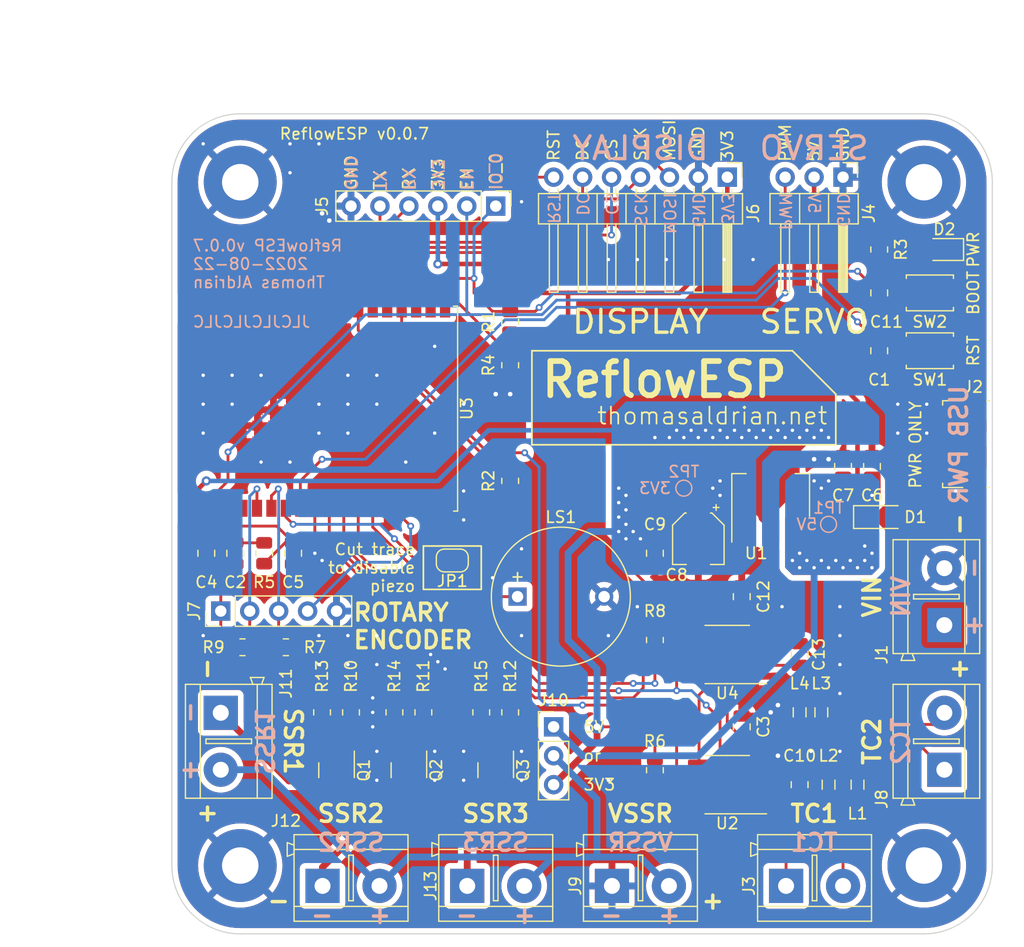
<source format=kicad_pcb>
(kicad_pcb (version 20211014) (generator pcbnew)
  (title_block (title "ReflowESP") (date "2022-08-22") (rev "v0.0.7") (company "Thomas Aldrian"))
  (layers (0 "F.Cu" signal) (31 "B.Cu" signal) (34 "B.Paste" user) (35 "F.Paste" user) (36 "B.SilkS" user "B.Silkscreen") (37 "F.SilkS" user "F.Silkscreen") (38 "B.Mask" user) (39 "F.Mask" user) (44 "Edge.Cuts" user))
  (net 0 "")
  (net 1 "+5V")
  (net 2 "GND")
  (net 3 "+3V3")
  (net 4 "EN")
  (net 5 "IO0")
  (net 6 "Net-(C10-Pad1)")
  (net 7 "Net-(C10-Pad2)")
  (net 8 "Net-(C13-Pad1)")
  (net 9 "Net-(C13-Pad2)")
  (net 10 "Net-(D1-Pad2)")
  (net 11 "Net-(D2-Pad2)")
  (net 12 "RX")
  (net 13 "TX")
  (net 14 "PWM")
  (net 15 "V_MOSI")
  (net 16 "V_SCK")
  (net 17 "V_CS0")
  (net 18 "DC")
  (net 19 "RST")
  (net 20 "V_SSR")
  (net 21 "BUZZER")
  (net 22 "Net-(JP1-Pad2)")
  (net 23 "Net-(Q1-Pad1)")
  (net 25 "Net-(Q2-Pad1)")
  (net 27 "Net-(Q3-Pad1)")
  (net 29 "IO2")
  (net 30 "SSR1")
  (net 31 "SSR2")
  (net 32 "SSR3")
  (net 33 "CS0")
  (net 34 "CS1")
  (net 35 "Net-(J3-Pad1)")
  (net 36 "Net-(J3-Pad2)")
  (net 37 "RE_A")
  (net 38 "RE_B")
  (net 39 "SCK")
  (net 40 "MISO")
  (net 41 "RE_SW")
  (net 42 "Net-(J8-Pad1)")
  (net 43 "Net-(J8-Pad2)")
  (net 44 "Net-(J13-Pad1)")
  (net 50 "V_MISO")
  (net 52 "Net-(JP1-Pad1)")
  (net 54 "Net-(J11-Pad1)")
  (net 56 "Net-(J12-Pad1)")
  (footprint "Resistor_SMD:R_0805_2012Metric" (layer "F.Cu") (at 59.69 48.26 -90)
    (fp_text reference "R1")
    (fp_text value "5k")
  )
  (footprint "TerminalBlock_KF301:TerminalBlock_KF301-2P" (layer "F.Cu") (at 97.79 85.09 90)
    (fp_text reference "J8")
    (fp_text value "TC2")
  )
  (footprint "Resistor_SMD:R_0805_2012Metric" (layer "F.Cu") (at 49.53 82.55 -90)
    (fp_text reference "R14")
    (fp_text value "10k")
  )
  (footprint "Resistor_SMD:R_0805_2012Metric" (layer "F.Cu") (at 72.39 76.2 -90)
    (fp_text reference "R8")
    (fp_text value "10k")
  )
  (footprint "Connector_PinHeader_2.54mm:PinHeader_1x07_P2.54mm_Horizontal" (layer "F.Cu") (at 78.745 35.56 -90)
    (fp_text reference "J6")
    (fp_text value "DISPLAY")
  )
  (footprint "Capacitor_SMD:C_0805_2012Metric" (layer "F.Cu") (at 72.39 68.58 -90)
    (fp_text reference "C9")
    (fp_text value "1u")
  )
  (footprint "LED_SMD:LED_0805_2012Metric" (layer "F.Cu") (at 97.79 41.91 180)
    (fp_text reference "D2")
    (fp_text value "PWRLED")
  )
  (footprint "Resistor_SMD:R_0805_2012Metric" (layer "F.Cu") (at 40.005 76.835)
    (fp_text reference "R7")
    (fp_text value "10k")
  )
  (footprint "Button_Switch_SMD:SW_Push_SPST_NO_Alps_SKRK" (layer "F.Cu") (at 96.52 45.72 180)
    (fp_text reference "SW2")
    (fp_text value "SW_BOOT")
  )
  (footprint "TerminalBlock_KF301:TerminalBlock_KF301-2P" (layer "F.Cu") (at 58.42 97.79)
    (fp_text reference "J13")
    (fp_text value "SSR3")
  )
  (footprint "Inductor_SMD:L_0805_2012Metric" (layer "F.Cu") (at 86.995 82.55 90)
    (fp_text reference "L3")
    (fp_text value "ferrite")
  )
  (footprint "Package_TO_SOT_SMD:SOT-223-3_TabPin2" (layer "F.Cu") (at 82.55 63.5 90)
    (fp_text reference "U1")
    (fp_text value "NCP1117-3.3_SOT223")
  )
  (footprint "Capacitor_SMD:CP_Elec_4x5.4" (layer "F.Cu") (at 76.2 67.31 -90)
    (fp_text reference "C8")
    (fp_text value "10u")
  )
  (footprint "Resistor_SMD:R_0805_2012Metric" (layer "F.Cu") (at 38.1 68.58 -90)
    (fp_text reference "R5")
    (fp_text value "10k")
  )
  (footprint "Resistor_SMD:R_0805_2012Metric" (layer "F.Cu") (at 59.69 62.23 -90)
    (fp_text reference "R2")
    (fp_text value "220")
  )
  (footprint "MountingHole:MountingHole_3.2mm_M3_Pad" (layer "F.Cu") (at 36 36)
    (fp_text reference "H1" hide)
    (fp_text value "MountingHole_Pad")
  )
  (footprint "Package_TO_SOT_SMD:SOT-23" (layer "F.Cu") (at 44.45 87.63 -90)
    (fp_text reference "Q1")
    (fp_text value "BSS138")
  )
  (footprint "Buzzer_Beeper:MagneticBuzzer_ProSignal_ABI-010-RC" (layer "F.Cu") (at 60.335 72.39)
    (fp_text reference "LS1")
    (fp_text value "Speaker")
  )
  (footprint "MountingHole:MountingHole_3.2mm_M3_Pad" (layer "F.Cu") (at 96 36)
    (fp_text reference "H2" hide)
    (fp_text value "MountingHole_Pad")
  )
  (footprint "Inductor_SMD:L_0805_2012Metric" (layer "F.Cu") (at 85.09 82.55 90)
    (fp_text reference "L4")
    (fp_text value "ferrite")
  )
  (footprint "Resistor_SMD:R_0805_2012Metric" (layer "F.Cu") (at 72.39 87.63 -90)
    (fp_text reference "R6")
    (fp_text value "10k")
  )
  (footprint "Capacitor_SMD:C_0805_2012Metric" (layer "F.Cu") (at 80.01 72.39 -90)
    (fp_text reference "C12")
    (fp_text value "100n")
  )
  (footprint "Inductor_SMD:L_0805_2012Metric" (layer "F.Cu") (at 87.63 88.9 90)
    (fp_text reference "L2")
    (fp_text value "ferrite")
  )
  (footprint "Resistor_SMD:R_0805_2012Metric" (layer "F.Cu") (at 57.15 82.55 -90)
    (fp_text reference "R15")
    (fp_text value "10k")
  )
  (footprint "Button_Switch_SMD:SW_Push_SPST_NO_Alps_SKRK" (layer "F.Cu") (at 96.52 50.8 180)
    (fp_text reference "SW1")
    (fp_text value "SW_RESET")
  )
  (footprint "TerminalBlock_KF301:TerminalBlock_KF301-2P" (layer "F.Cu") (at 71.12 97.79)
    (fp_text reference "J9")
    (fp_text value "EXT_V_SSR")
  )
  (footprint "MountingHole:MountingHole_3.2mm_M3_Pad" (layer "F.Cu") (at 36 96)
    (fp_text reference "H3" hide)
    (fp_text value "MountingHole_Pad")
  )
  (footprint "MountingHole:MountingHole_3.2mm_M3_Pad" (layer "F.Cu") (at 96 96)
    (fp_text reference "H4" hide)
    (fp_text value "MountingHole_Pad")
  )
  (footprint "Capacitor_SMD:C_0805_2012Metric" (layer "F.Cu") (at 85.09 77.47 -90)
    (fp_text reference "C13")
    (fp_text value "10n")
  )
  (footprint "Capacitor_SMD:C_0805_2012Metric" (layer "F.Cu") (at 40.64 68.58 -90)
    (fp_text reference "C5")
    (fp_text value "100n")
  )
  (footprint "Resistor_SMD:R_0805_2012Metric" (layer "F.Cu") (at 36.195 76.835)
    (fp_text reference "R9")
    (fp_text value "10k")
  )
  (footprint "Package_SO:SOIC-8_3.9x4.9mm_P1.27mm" (layer "F.Cu") (at 78.74 77.47 180)
    (fp_text reference "U4")
    (fp_text value "MAX31855KASA")
  )
  (footprint "Diode_SMD:D_SOD-123" (layer "F.Cu") (at 92.075 65.405)
    (fp_text reference "D1")
    (fp_text value "1N5819")
  )
  (footprint "Package_TO_SOT_SMD:SOT-23" (layer "F.Cu") (at 50.8 87.63 -90)
    (fp_text reference "Q2")
    (fp_text value "BSS138")
  )
  (footprint "Resistor_SMD:R_0805_2012Metric" (layer "F.Cu") (at 45.72 82.55 -90)
    (fp_text reference "R10")
    (fp_text value "R_Small")
  )
  (footprint "Resistor_SMD:R_0805_2012Metric" (layer "F.Cu") (at 59.69 82.55 -90)
    (fp_text reference "R12")
    (fp_text value "??")
  )
  (footprint "Connector_PinHeader_2.54mm:PinHeader_1x05_P2.54mm_Vertical" (layer "F.Cu") (at 34.29 73.66 90)
    (fp_text reference "J7")
    (fp_text value "Conn_01x05")
  )
  (footprint "TerminalBlock_KF301:TerminalBlock_KF301-2P" (layer "F.Cu") (at 34.29 85.09 -90)
    (fp_text reference "J11")
    (fp_text value "SSR1")
  )
  (footprint "Resistor_SMD:R_0805_2012Metric" (layer "F.Cu") (at 59.69 52.07 -90)
    (fp_text reference "R4")
    (fp_text value "5k")
  )
  (footprint "Package_TO_SOT_SMD:SOT-23" (layer "F.Cu") (at 58.42 87.63 -90)
    (fp_text reference "Q3")
    (fp_text value "BSS138")
  )
  (footprint "TerminalBlock_KF301:TerminalBlock_KF301-2P" (layer "F.Cu") (at 97.79 72.39 90)
    (fp_text reference "J1")
    (fp_text value "VIN")
  )
  (footprint "Capacitor_SMD:C_0805_2012Metric" (layer "F.Cu") (at 35.56 68.58 90)
    (fp_text reference "C2")
    (fp_text value "10u")
  )
  (footprint "Jumper:SolderJumper-2_P1.3mm_Bridged_RoundedPad1.0x1.5mm" (layer "F.Cu") (at 54.61 69.215 180)
    (fp_text reference "JP1")
    (fp_text value "PIEZO_SEL")
  )
  (footprint "Espressif:ESP32-WROVER-E" (layer "F.Cu") (at 39.37 55.88 90)
    (fp_text reference "U3")
    (fp_text value "ESP32-WROVER-E")
  )
  (footprint "Capacitor_SMD:C_0805_2012Metric" (layer "F.Cu") (at 33.02 68.58 90)
    (fp_text reference "C4")
    (fp_text value "100n")
  )
  (footprint "Capacitor_SMD:C_0805_2012Metric" (layer "F.Cu") (at 88.9 60.96 90)
    (fp_text reference "C7")
    (fp_text value "10u")
  )
  (footprint "Connector_PinHeader_2.54mm:PinHeader_1x03_P2.54mm_Horizontal" (layer "F.Cu") (at 88.9 35.56 -90)
    (fp_text reference "J4")
    (fp_text value "SERVO")
  )
  (footprint "Connector_PinHeader_2.54mm:PinHeader_1x06_P2.54mm_Vertical" (layer "F.Cu") (at 58.42 38.1 -90)
    (fp_text reference "J5")
    (fp_text value "PROG")
  )
  (footprint "Inductor_SMD:L_0805_2012Metric" (layer "F.Cu") (at 90.17 88.9 90)
    (fp_text reference "L1")
    (fp_text value "ferrite")
  )
  (footprint "Connector_USB:USB_Micro-B_Molex_47346-0001" (layer "F.Cu") (at 99.35 59 90)
    (fp_text reference "J2")
    (fp_text value "USB_B_Micro")
  )
  (footprint "Capacitor_SMD:C_0805_2012Metric" (layer "F.Cu") (at 92.075 50.8 -90)
    (fp_text reference "C1")
    (fp_text value "100n")
  )
  (footprint "Capacitor_SMD:C_0805_2012Metric" (layer "F.Cu") (at 92.075 45.72 -90)
    (fp_text reference "C11")
    (fp_text value "100n")
  )
  (footprint "Resistor_SMD:R_0805_2012Metric" (layer "F.Cu") (at 92.075 41.91 -90)
    (fp_text reference "R3")
    (fp_text value "1k5")
  )
  (footprint "Connector_PinHeader_2.54mm:PinHeader_1x03_P2.54mm_Vertical" (layer "F.Cu") (at 63.5 83.82)
    (fp_text reference "J10")
    (fp_text value "V_SSR_SEL")
  )
  (footprint "Resistor_SMD:R_0805_2012Metric" (layer "F.Cu") (at 52.07 82.55 -90)
    (fp_text reference "R11")
    (fp_text value "R_Small")
  )
  (footprint "Package_SO:SOIC-8_3.9x4.9mm_P1.27mm" (layer "F.Cu") (at 78.74 88.9 180)
    (fp_text reference "U2")
    (fp_text value "MAX31855KASA")
  )
  (footprint "Resistor_SMD:R_0805_2012Metric" (layer "F.Cu") (at 43.18 82.55 -90)
    (fp_text reference "R13")
    (fp_text value "10k")
  )
  (footprint "Capacitor_SMD:C_0805_2012Metric" (layer "F.Cu") (at 80.01 83.82 -90)
    (fp_text reference "C3")
    (fp_text value "100n")
  )
  (footprint "TerminalBlock_KF301:TerminalBlock_KF301-2P" (layer "F.Cu") (at 86.4 97.79)
    (fp_text reference "J3")
    (fp_text value "TC1")
  )
  (footprint "Capacitor_SMD:C_0805_2012Metric" (layer "F.Cu") (at 91.44 60.96 90)
    (fp_text reference "C6")
    (fp_text value "1u")
  )
  (footprint "Capacitor_SMD:C_0805_2012Metric" (layer "F.Cu") (at 85.09 88.9 -90)
    (fp_text reference "C10")
    (fp_text value "10n")
  )
  (footprint "TerminalBlock_KF301:TerminalBlock_KF301-2P" (layer "F.Cu") (at 45.72 97.79)
    (fp_text reference "J12")
    (fp_text value "SSR2")
  )
  (footprint "TestPoint:TestPoint_Pad_D1.0mm" (layer "B.Cu") (at 74.93 62.865 180)
    (fp_text reference "TP2")
    (fp_text value "TestPoint")
  )
  (footprint "TestPoint:TestPoint_Pad_D1.0mm" (layer "B.Cu") (at 87.63 66.04 180)
    (fp_text reference "TP1")
    (fp_text value "TestPoint")
  )
  (gr_line (start 61.595 50.8) (end 84.455 50.8) (layer "F.SilkS") (width 0.15))
  (gr_line (start 61.595 59.055) (end 61.595 50.8) (layer "F.SilkS") (width 0.15))
  (gr_line (start 84.455 50.8) (end 88.265 54.61) (layer "F.SilkS") (width 0.15))
  (gr_line (start 88.265 54.61) (end 88.265 59.055) (layer "F.SilkS") (width 0.15))
  (gr_line (start 88.265 59.055) (end 61.595 59.055) (layer "F.SilkS") (width 0.15))
  (gr_rect (start 57.15 71.755) (end 52.07 67.945) (layer "F.SilkS") (width 0.15) (fill none))
  (gr_line (start 96 30) (end 36 30) (layer "Edge.Cuts") (width 0.1))
  (gr_arc (start 36 102) (mid 31.757359 100.242641) (end 30 96) (layer "Edge.Cuts") (width 0.1))
  (gr_line (start 30 36) (end 30 96) (layer "Edge.Cuts") (width 0.1))
  (gr_arc (start 96 30) (mid 100.242641 31.757359) (end 102 36) (layer "Edge.Cuts") (width 0.1))
  (gr_line (start 102 96) (end 102 36) (layer "Edge.Cuts") (width 0.1))
  (gr_line (start 36 102) (end 96 102) (layer "Edge.Cuts") (width 0.1))
  (gr_arc (start 30 36) (mid 31.757359 31.757359) (end 36 30) (layer "Edge.Cuts") (width 0.1))
  (gr_arc (start 102 96) (mid 100.242641 100.242641) (end 96 102) (layer "Edge.Cuts") (width 0.1))
  (gr_text "3V3" (at 72.39 62.865) (layer "B.SilkS") (effects (font (size 1 1)) (justify mirror)))
  (gr_text "RX" (at 50.8 36.83 -90) (layer "B.SilkS") (effects (font (size 1 1)) (justify left mirror)))
  (gr_text "SSR3" (at 58.42 93.98) (layer "B.SilkS") (effects (font (size 1.5 1.5) (thickness 0.3)) (justify mirror)))
  (gr_text "SERVO" (at 86.36 33.02) (layer "B.SilkS") (effects (font (size 2 2) (thickness 0.3)) (justify mirror)))
  (gr_text "+" (at 60.96 100.33) (layer "B.SilkS") (effects (font (size 1.5 1.5) (thickness 0.3)) (justify mirror)))
  (gr_text "SCK" (at 71.12 36.83 -90) (layer "B.SilkS") (effects (font (size 1 1)) (justify right mirror)))
  (gr_text "VSSR" (at 71.12 93.98) (layer "B.SilkS") (effects (font (size 1.5 1.5) (thickness 0.3)) (justify mirror)))
  (gr_text "-" (at 100.33 69.85 90) (layer "B.SilkS") (effects (font (size 1.5 1.5) (thickness 0.3)) (justify mirror)))
  (gr_text "${TITLE} ${REVISION}\n${ISSUE_DATE}\n${COMPANY}" (at 31.75 43.18) (layer "B.SilkS") (effects (font (size 1 1)) (justify right mirror)))
  (gr_text "VIN" (at 93.98 72.39 90) (layer "B.SilkS") (effects (font (size 1.5 1.5) (thickness 0.3)) (justify mirror)))
  (gr_text "-" (at 55.88 100.33) (layer "B.SilkS") (effects (font (size 1.5 1.5) (thickness 0.3)) (justify mirror)))
  (gr_text "3V3" (at 78.74 36.83 -90) (layer "B.SilkS") (effects (font (size 1 1)) (justify right mirror)))
  (gr_text "EN" (at 55.88 36.83 -90) (layer "B.SilkS") (effects (font (size 1 1)) (justify left mirror)))
  (gr_text "GND" (at 45.72 36.83 -90) (layer "B.SilkS") (effects (font (size 1 1)) (justify left mirror)))
  (gr_text "-" (at 43.18 100.33) (layer "B.SilkS") (effects (font (size 1.5 1.5) (thickness 0.3)) (justify mirror)))
  (gr_text "GND" (at 88.9 36.83 -90) (layer "B.SilkS") (effects (font (size 1 1)) (justify right mirror)))
  (gr_text "SSR1" (at 38.1 85.09 -90) (layer "B.SilkS") (effects (font (size 1.5 1.5) (thickness 0.3)) (justify mirror)))
  (gr_text "-" (at 31.75 82.55 270) (layer "B.SilkS") (effects (font (size 1.5 1.5) (thickness 0.3)) (justify mirror)))
  (gr_text "MOSI" (at 73.66 36.83 -90) (layer "B.SilkS") (effects (font (size 1 1)) (justify right mirror)))
  (gr_text "+" (at 73.66 100.33) (layer "B.SilkS") (effects (font (size 1.5 1.5) (thickness 0.3)) (justify mirror)))
  (gr_text "+" (at 100.33 74.93 90) (layer "B.SilkS") (effects (font (size 1.5 1.5) (thickness 0.3)) (justify mirror)))
  (gr_text "+" (at 31.75 87.63 270) (layer "B.SilkS") (effects (font (size 1.5 1.5) (thickness 0.3)) (justify mirror)))
  (gr_text "CS" (at 68.58 36.83 -90) (layer "B.SilkS") (effects (font (size 1 1)) (justify right mirror)))
  (gr_text "5V" (at 86.36 36.83 -90) (layer "B.SilkS") (effects (font (size 1 1)) (justify right mirror)))
  (gr_text "GND" (at 76.2 36.83 -90) (layer "B.SilkS") (effects (font (size 1 1)) (justify right mirror)))
  (gr_text "PWM" (at 83.82 36.83 -90) (layer "B.SilkS") (effects (font (size 1 1)) (justify right mirror)))
  (gr_text "SSR2" (at 45.72 93.98) (layer "B.SilkS") (effects (font (size 1.5 1.5) (thickness 0.3)) (justify mirror)))
  (gr_text "DC" (at 66.04 36.83 -90) (layer "B.SilkS") (effects (font (size 1 1)) (justify right mirror)))
  (gr_text "IO_0" (at 58.42 36.77 -90) (layer "B.SilkS") (effects (font (size 1 1)) (justify left mirror)))
  (gr_text "+" (at 48.26 100.33) (layer "B.SilkS") (effects (font (size 1.5 1.5) (thickness 0.3)) (justify mirror)))
  (gr_text "JLCJLCJLCJLC" (at 31.75 48.26) (layer "B.SilkS") (effects (font (size 1 1)) (justify right mirror)))
  (gr_text "TX" (at 48.26 36.83 -90) (layer "B.SilkS") (effects (font (size 1 1)) (justify left mirror)))
  (gr_text "-" (at 68.58 100.33) (layer "B.SilkS") (effects (font (size 1.5 1.5) (thickness 0.3)) (justify mirror)))
  (gr_text "TC1" (at 86.36 93.98) (layer "B.SilkS") (effects (font (size 1.5 1.5) (thickness 0.3)) (justify mirror)))
  (gr_text "3V3" (at 53.34 36.83 -90) (layer "B.SilkS") (effects (font (size 1 1)) (justify left mirror)))
  (gr_text "RST" (at 63.5 36.83 -90) (layer "B.SilkS") (effects (font (size 1 1)) (justify right mirror)))
  (gr_text "DISPLAY" (at 71.12 33.02) (layer "B.SilkS") (effects (font (size 2 2) (thickness 0.3)) (justify mirror)))
  (gr_text "USB PWR" (at 99.06 59.055 90) (layer "B.SilkS") (effects (font (size 1.5 1.5) (thickness 0.3)) (justify mirror)))
  (gr_text "TC2" (at 93.98 85.09 90) (layer "B.SilkS") (effects (font (size 1.5 1.5) (thickness 0.3)) (justify mirror)))
  (gr_text "5V" (at 85.725 66.04) (layer "B.SilkS") (effects (font (size 1 1)) (justify mirror)))
  (gr_text "3V3" (at 66.04 88.9) (layer "F.SilkS") (effects (font (size 1 1)) (justify left)))
  (gr_text "GND" (at 88.9 34.29 90) (layer "F.SilkS") (effects (font (size 1 1)) (justify left)))
  (gr_text "ReflowESP" (at 62.23 53.34) (layer "F.SilkS") (effects (font (size 3 2.75) (thickness 0.5)) (justify left)))
  (gr_text "MOSI" (at 73.665 34.22 90) (layer "F.SilkS") (effects (font (size 1 1)) (justify left)))
  (gr_text "GND" (at 45.72 36.77 90) (layer "F.SilkS") (effects (font (size 1 1)) (justify left)))
  (gr_text "SSR3" (at 58.42 91.44) (layer "F.SilkS") (effects (font (size 1.5 1.5) (thickness 0.3))))
  (gr_text "RST" (at 63.505 34.22 90) (layer "F.SilkS") (effects (font (size 1 1)) (justify left)))
  (gr_text "SSR1" (at 40.64 85.09 270) (layer "F.SilkS") (effects (font (size 1.5 1.5) (thickness 0.3))))
  (gr_text "3V3" (at 53.34 36.77 90) (layer "F.SilkS") (effects (font (size 1 1)) (justify left)))
  (gr_text "3V3" (at 78.745 34.29 90) (layer "F.SilkS") (effects (font (size 1 1)) (justify left)))
  (gr_text "TC1" (at 86.36 91.44) (layer "F.SilkS") (effects (font (size 1.5 1.5) (thickness 0.3))))
  (gr_text "CS" (at 68.585 34.22 90) (layer "F.SilkS") (effects (font (size 1 1)) (justify left)))
  (gr_text "IO_0" (at 58.42 36.77 90) (layer "F.SilkS") (effects (font (size 1 1)) (justify left)))
  (gr_text "RX" (at 50.8 36.77 90) (layer "F.SilkS") (effects (font (size 1 1)) (justify left)))
  (gr_text "${TITLE} ${REVISION}" (at 39.37 31.75) (layer "F.SilkS") (effects (font (size 1 1)) (justify left)))
  (gr_text "GND" (at 76.205 34.22 90) (layer "F.SilkS") (effects (font (size 1 1)) (justify left)))
  (gr_text "or" (at 66.04 86.36) (layer "F.SilkS") (effects (font (size 1 1)) (justify left)))
  (gr_text "ROTARY\nENCODER" (at 45.78 74.99) (layer "F.SilkS") (effects (font (size 1.5 1.5) (thickness 0.3)) (justify left)))
  (gr_text "+" (at 77.47 99.06) (layer "F.SilkS") (effects (font (size 1.5 1.5) (thickness 0.3))))
  (gr_text "SSR2" (at 45.72 91.44) (layer "F.SilkS") (effects (font (size 1.5 1.5) (thickness 0.3))))
  (gr_text "DC" (at 66.045 34.22 90) (layer "F.SilkS") (effects (font (size 1 1)) (justify left)))
  (gr_text "5V" (at 86.36 34.29 90) (layer "F.SilkS") (effects (font (size 1 1)) (justify left)))
  (gr_text "Cut trace\nto disable\npiezo" (at 51.435 69.85) (layer "F.SilkS") (effects (font (size 1 1)) (justify right)))
  (gr_text "TC2" (at 91.44 85.09 90) (layer "F.SilkS") (effects (font (size 1.5 1.5) (thickness 0.3))))
  (gr_text "BOOT" (at 100.33 45.72 90) (layer "F.SilkS") (effects (font (size 1 1))))
  (gr_text "PWM" (at 83.82 34.29 90) (layer "F.SilkS") (effects (font (size 1 1)) (justify left)))
  (gr_text "-" (at 99.06 66.04 90) (layer "F.SilkS") (effects (font (size 1.5 1.5) (thickness 0.3))))
  (gr_text "RST" (at 100.33 50.8 90) (layer "F.SilkS") (effects (font (size 1 1))))
  (gr_text "PWR" (at 100.33 41.91 90) (layer "F.SilkS") (effects (font (size 1 1))))
  (gr_text "VIN" (at 91.44 72.39 90) (layer "F.SilkS") (effects (font (size 1.5 1.5) (thickness 0.3))))
  (gr_text "SERVO" (at 86.36 48.26) (layer "F.SilkS") (effects (font (size 2 2) (thickness 0.3))))
  (gr_text "thomasaldrian.net" (at 87.63 56.515) (layer "F.SilkS") (effects (font (size 1.5 1.5)) (justify right)))
  (gr_text "DISPLAY" (at 71.12 48.26) (layer "F.SilkS") (effects (font (size 2 2) (thickness 0.3))))
  (gr_text "EN" (at 55.875 36.77 90) (layer "F.SilkS") (effects (font (size 1 1)) (justify left)))
  (gr_text "-" (at 33.02 78.74 90) (layer "F.SilkS") (effects (font (size 1.5 1.5) (thickness 0.3))))
  (gr_text "+" (at 33.02 91.44 90) (layer "F.SilkS") (effects (font (size 1.5 1.5) (thickness 0.3))))
  (gr_text "VSSR" (at 71.12 91.44) (layer "F.SilkS") (effects (font (size 1.5 1.5) (thickness 0.3))))
  (gr_text "-" (at 39.37 99.06) (layer "F.SilkS") (effects (font (size 1.5 1.5) (thickness 0.3))))
  (gr_text "TX" (at 48.26 36.77 90) (layer "F.SilkS") (effects (font (size 1 1)) (justify left)))
  (gr_text "SCK" (at 71.125 34.22 90) (layer "F.SilkS") (effects (font (size 1 1)) (justify left)))
  (gr_text "+" (at 99.06 78.74 90) (layer "F.SilkS") (effects (font (size 1.5 1.5) (thickness 0.3))))
  (gr_text "5V" (at 66.04 83.82) (layer "F.SilkS") (effects (font (size 1 1)) (justify left)))
  (gr_text "PWR ONLY" (at 95.25 59.055 90) (layer "F.SilkS") (effects (font (size 1 1))))
  (segment (start 92.075 40.9975) (end 87.9875 40.9975) (width 0.25) (layer "F.Cu") (net 1))
  (segment (start 90.17 62.23) (end 90.17 55.245) (width 0.4) (layer "F.Cu") (net 1))
  (segment (start 86.36 51.435) (end 86.36 39.37) (width 0.4) (layer "F.Cu") (net 1))
  (segment (start 86.36 35.56) (end 86.36 39.37) (width 0.4) (layer "F.Cu") (net 1))
  (segment (start 90.17 55.245) (end 86.36 51.435) (width 0.4) (layer "F.Cu") (net 1))
  (segment (start 87.9875 40.9975) (end 86.36 39.37) (width 0.25) (layer "F.Cu") (net 1))
  (via (at 91.44 63.5) (size 0.6) (drill 0.3) (layers "F.Cu" "B.Cu") (net 1))
  (via (at 86.995 69.215) (size 0.6) (drill 0.3) (layers "F.Cu" "B.Cu") (net 1))
  (via (at 85.725 69.215) (size 0.6) (drill 0.3) (layers "F.Cu" "B.Cu") (net 1))
  (via (at 91.44 68.58) (size 0.6) (drill 0.3) (layers "F.Cu" "B.Cu") (net 1))
  (via (at 86.36 62.23) (size 0.6) (drill 0.3) (layers "F.Cu" "B.Cu") (net 1))
  (via (at 86.36 69.85) (size 0.6) (drill 0.3) (layers "F.Cu" "B.Cu") (net 1))
  (via (at 87.63 62.23) (size 0.6) (drill 0.3) (layers "F.Cu" "B.Cu") (net 1))
  (via (at 89.535 69.215) (size 0.6) (drill 0.3) (layers "F.Cu" "B.Cu") (net 1))
  (via (at 91.44 69.85) (size 0.6) (drill 0.3) (layers "F.Cu" "B.Cu") (net 1))
  (via (at 87.63 69.85) (size 0.6) (drill 0.3) (layers "F.Cu" "B.Cu") (net 1))
  (via (at 90.17 69.85) (size 0.6) (drill 0.3) (layers "F.Cu" "B.Cu") (net 1))
  (via (at 88.9 69.85) (size 0.6) (drill 0.3) (layers "F.Cu" "B.Cu") (net 1))
  (via (at 85.09 68.58) (size 0.6) (drill 0.3) (layers "F.Cu" "B.Cu") (net 1))
  (via (at 88.265 69.215) (size 0.6) (drill 0.3) (layers "F.Cu" "B.Cu") (net 1))
  (via (at 86.995 62.865) (size 0.6) (drill 0.3) (layers "F.Cu" "B.Cu") (net 1))
  (via (at 90.805 67.945) (size 0.6) (drill 0.3) (layers "F.Cu" "B.Cu") (net 1))
  (via (at 85.09 69.85) (size 0.6) (drill 0.3) (layers "F.Cu" "B.Cu") (net 1))
  (via (at 84.455 69.215) (size 0.6) (drill 0.3) (layers "F.Cu" "B.Cu") (net 1))
  (via (at 90.805 69.215) (size 0.6) (drill 0.3) (layers "F.Cu" "B.Cu") (net 1))
  (segment (start 81.28 81.28) (end 86.36 76.2) (width 0.6) (layer "B.Cu") (net 1))
  (segment (start 76.2 86.36) (end 81.28 81.28) (width 0.6) (layer "B.Cu") (net 1))
  (segment (start 66.04 86.36) (end 76.2 86.36) (width 0.6) (layer "B.Cu") (net 1))
  (segment (start 63.5 83.82) (end 66.04 86.36) (width 0.6) (layer "B.Cu") (net 1))
  (segment (start 86.36 76.2) (end 86.36 69.85) (width 0.6) (layer "B.Cu") (net 1))
  (via (at 82.55 82.55) (size 0.8) (drill 0.4) (layers "F.Cu" "B.Cu") (net 2))
  (via (at 45.445477 75.8125) (size 0.6) (drill 0.3) (layers "F.Cu" "B.Cu") (net 2))
  (via (at 43.18 38.735) (size 0.8) (drill 0.4) (layers "F.Cu" "B.Cu") (net 2))
  (via (at 45.445477 78.3525) (size 0.6) (drill 0.3) (layers "F.Cu" "B.Cu") (net 2))
  (via (at 45.445477 52.9525) (size 0.6) (drill 0.3) (layers "F.Cu" "B.Cu") (net 2))
  (via (at 35.285477 52.9525) (size 0.6) (drill 0.3) (layers "F.Cu" "B.Cu") (net 2))
  (via (at 88.625477 75.8125) (size 0.6) (drill 0.3) (layers "F.Cu" "B.Cu") (net 2))
  (via (at 83.185 81.915) (size 0.8) (drill 0.4) (layers "F.Cu" "B.Cu") (net 2))
  (via (at 47.985477 78.3525) (size 0.6) (drill 0.3) (layers "F.Cu" "B.Cu") (net 2))
  (via (at 53.065477 85.9725) (size 0.6) (drill 0.3) (layers "F.Cu" "B.Cu") (net 2))
  (via (at 60.685477 85.9725) (size 0.6) (drill 0.3) (layers "F.Cu" "B.Cu") (net 2))
  (via (at 68.305477 88.5125) (size 0.6) (drill 0.3) (layers "F.Cu" "B.Cu") (net 2))
  (via (at 93.705477 58.0325) (size 0.6) (drill 0.3) (layers "F.Cu" "B.Cu") (net 2))
  (via (at 37.825477 60.5725) (size 0.6) (drill 0.3) (layers "F.Cu" "B.Cu") (net 2))
  (via (at 32.745477 58.0325) (size 0.6) (drill 0.3) (layers "F.Cu" "B.Cu") (net 2))
  (via (at 58.42 54.61) (size 0.8) (drill 0.4) (layers "F.Cu" "B.Cu") (net 2))
  (via (at 47.625 82.55) (size 0.6) (drill 0.3) (layers "F.Cu" "B.Cu") (net 2))
  (via (at 55.605477 85.9725) (size 0.6) (drill 0.3) (layers "F.Cu" "B.Cu") (net 2))
  (via (at 32.745477 52.9525) (size 0.6) (drill 0.3) (layers "F.Cu" "B.Cu") (net 2))
  (via (at 60.685477 37.7125) (size 0.6) (drill 0.3) (layers "F.Cu" "B.Cu") (net 2))
  (via (at 42.905477 75.8125) (size 0.6) (drill 0.3) (layers "F.Cu" "B.Cu") (net 2))
  (via (at 59.69 54.61) (size 0.8) (drill 0.4) (layers "F.Cu" "B.Cu") (net 2))
  (via (at 58.145477 70.7325) (size 0.6) (drill 0.3) (layers "F.Cu" "B.Cu") (net 2))
  (via (at 45.445477 55.4925) (size 0.6) (drill 0.3) (layers "F.Cu" "B.Cu") (net 2))
  (via (at 78.465477 42.7925) (size 0.6) (drill 0.3) (layers "F.Cu" "B.Cu") (net 2))
  (via (at 42.545 68.58) (size 0.6) (drill 0.3) (layers "F.Cu" "B.Cu") (net 2))
  (via (at 88.625477 80.8925) (size 0.6) (drill 0.3) (layers "F.Cu" "B.Cu") (net 2))
  (via (at 98.785477 63.1125) (size 0.6) (drill 0.3) (layers "F.Cu" "B.Cu") (net 2))
  (via (at 42.905477 55.4925) (size 0.6) (drill 0.3) (layers "F.Cu" "B.Cu") (net 2))
  (via (at 53.34 78.105) (size 0.6) (drill 0.3) (layers "F.Cu" "B.Cu") (net 2))
  (via (at 68.305477 75.8125) (size 0.6) (drill 0.3) (layers "F.Cu" "B.Cu") (net 2))
  (via (at 55.605477 65.6525) (size 0.6) (drill 0.3) (layers "F.Cu" "B.Cu") (net 2))
  (via (at 50.525477 60.5725) (size 0.6) (drill 0.3) (layers "F.Cu" "B.Cu") (net 2))
  (via (at 47.625 81.28) (size 0.6) (drill 0.3) (layers "F.Cu" "B.Cu") (net 2))
  (via (at 35.285477 55.4925) (size 0.6) (drill 0.3) (layers "F.Cu" "B.Cu") (net 2))
  (via (at 96.245477 58.0325) (size 0.6) (drill 0.3) (layers "F.Cu" "B.Cu") (net 2))
  (via (at 55.605477 88.5125) (size 0.6) (drill 0.3) (layers "F.Cu" "B.Cu") (net 2))
  (via (at 53.065477 88.5125) (size 0.6) (drill 0.3) (layers "F.Cu" "B.Cu") (net 2))
  (via (at 45.445477 58.0325) (size 0.6) (drill 0.3) (layers "F.Cu" "B.Cu") (net 2))
  (via (at 81.005477 42.7925) (size 0.6) (drill 0.3) (layers "F.Cu" "B.Cu") (net 2))
  (via (at 40.365477 35.1725) (size 0.6) (drill 0.3) (layers "F.Cu" "B.Cu") (net 2))
  (via (at 88.625477 73.2725) (size 0.6) (drill 0.3) (layers "F.Cu" "B.Cu") (net 2))
  (via (at 47.625 83.82) (size 0.6) (drill 0.3) (layers "F.Cu" "B.Cu") (net 2))
  (via (at 86.085477 85.9725) (size 0.6) (drill 0.3) (layers "F.Cu" "B.Cu") (net 2))
  (via (at 73.385477 42.7925) (size 0.6) (drill 0.3) (layers "F.Cu" "B.Cu") (net 2))
  (via (at 83.545477 73.2725) (size 0.6) (drill 0.3) (layers "F.Cu" "B.Cu") (net 2))
  (via (at 47.985477 55.4925) (size 0.6) (drill 0.3) (layers "F.Cu" "B.Cu") (net 2))
  (via (at 47.985477 88.5125) (size 0.6) (drill 0.3) (layers "F.Cu" "B.Cu") (net 2))
  (via (at 70.845477 73.2725) (size 0.6) (drill 0.3) (layers "F.Cu" "B.Cu") (net 2))
  (via (at 93.705477 55.4925) (size 0.6) (drill 0.3) (layers "F.Cu" "B.Cu") (net 2))
  (via (at 60.685477 75.8125) (size 0.6) (drill 0.3) (layers "F.Cu" "B.Cu") (net 2))
  (via (at 53.065477 58.0325) (size 0.6) (drill 0.3) (layers "F.Cu" "B.Cu") (net 2))
  (via (at 40.365477 60.5725) (size 0.6) (drill 0.3) (layers "F.Cu" "B.Cu") (net 2))
  (via (at 53.065477 50.4125) (size 0.6) (drill 0.3) (layers "F.Cu" "B.Cu") (net 2))
  (via (at 42.905477 58.0325) (size 0.6) (drill 0.3) (layers "F.Cu" "B.Cu") (net 2))
  (via (at 55.605477 55.4925) (size 0.6) (drill 0.3) (layers "F.Cu" "B.Cu") (net 2))
  (via (at 43.18 69.215) (size 0.6) (drill 0.3) (layers "F.Cu" "B.Cu") (net 2))
  (via (at 60.685477 88.5125) (size 0.6) (drill 0.3) (layers "F.Cu" "B.Cu") (net 2))
  (via (at 40.365477 32.6325) (size 0.6) (drill 0.3) (layers "F.Cu" "B.Cu") (net 2))
  (via (at 55.605477 63.1125) (size 0.6) (drill 0.3) (layers "F.Cu" "B.Cu") (net 2))
  (via (at 47.985477 52.9525) (size 0.6) (drill 0.3) (layers "F.Cu" "B.Cu") (net 2))
  (via (at 86.36 60.325) (size 0.8) (drill 0.4) (layers "F.Cu" "B.Cu") (net 2))
  (via (at 88.625477 85.9725) (size 0.6) (drill 0.3) (layers "F.Cu" "B.Cu") (net 2))
  (via (at 32.745477 55.4925) (size 0.6) (drill 0.3) (layers "F.Cu" "B.Cu") (net 2))
  (via (at 52.705 77.47) (size 0.6) (drill 0.3) (layers "F.Cu" "B.Cu") (net 2))
  (via (at 32.745477 75.8125) (size 0.6) (drill 0.3) (layers "F.Cu" "B.Cu") (net 2))
  (via (at 87.63 60.325) (size 0.8) (drill 0.4) (layers "F.Cu" "B.Cu") (net 2))
  (via (at 47.985477 75.8125) (size 0.6) (drill 0.3) (layers "F.Cu" "B.Cu") (net 2))
  (via (at 42.905477 32.6325) (size 0.6) (drill 0.3) (layers "F.Cu" "B.Cu") (net 2))
  (via (at 53.975 78.74) (size 0.6) (drill 0.3) (layers "F.Cu" "B.Cu") (net 2))
  (via (at 70.845477 42.7925) (size 0.6) (drill 0.3) (layers "F.Cu" "B.Cu") (net 2))
  (via (at 32.745477 32.6325) (size 0.6) (drill 0.3) (layers "F.Cu" "B.Cu") (net 2))
  (via (at 60.685477 68.1925) (size 0.6) (drill 0.3) (layers "F.Cu" "B.Cu") (net 2))
  (via (at 42.905477 78.3525) (size 0.6) (drill 0.3) (layers "F.Cu" "B.Cu") (net 2))
  (via (at 37.825477 52.9525) (size 0.6) (drill 0.3) (layers "F.Cu" "B.Cu") (net 2))
  (via (at 68.305477 42.7925) (size 0.6) (drill 0.3) (layers "F.Cu" "B.Cu") (net 2))
  (via (at 83.185 86.36) (size 0.8) (drill 0.4) (layers "F.Cu" "B.Cu") (net 2))
  (via (at 47.985477 85.9725) (size 0.6) (drill 0.3) (layers "F.Cu" "B.Cu") (net 2))
  (via (at 43.815 39.37) (size 0.8) (drill 0.4) (layers "F.Cu" "B.Cu") (net 2))
  (via (at 88.625477 78.3525) (size 0.6) (drill 0.3) (layers "F.Cu" "B.Cu") (net 2))
  (via (at 96.245477 55.4925) (size 0.6) (drill 0.3) (layers "F.Cu" "B.Cu") (net 2))
  (segment (start 53.34 43.18) (end 58.42 43.18) (width 0.4) (layer "F.Cu") (net 3))
  (segment (start 67.31 83.82) (end 71.12 83.82) (width 0.25) (layer "F.Cu") (net 3))
  (segment (start 34.29 75.8425) (end 34.29 73.66) (width 0.25) (layer "F.Cu") (net 3))
  (segment (start 76.2 44.068027) (end 74.548027 45.72) (width 0.4) (layer "F.Cu") (net 3))
  (segment (start 74.6525 74.295) (end 80.01 74.295) (width 0.25) (layer "F.Cu") (net 3))
  (segment (start 78.74 83.5) (end 80.01 84.77) (width 0.25) (layer "F.Cu") (net 3))
  (segment (start 60.96 45.72) (end 64.77 45.72) (width 0.4) (layer "F.Cu") (net 3))
  (segment (start 80.01 73.34) (end 80.01 74.36) (width 0.25) (layer "F.Cu") (net 3))
  (segment (start 72.39 85.09) (end 72.39 86.7175) (width 0.25) (layer "F.Cu") (net 3))
  (segment (start 81.215 85.975) (end 80.01 84.77) (width 0.25) (layer "F.Cu") (net 3))
  (segment (start 67.31 83.82) (end 67.31 85.09) (width 0.6) (layer "F.Cu") (net 3))
  (segment (start 35.2825 76.835) (end 34.29 75.8425) (width 0.25) (layer "F.Cu") (net 3))
  (segment (start 74.548027 45.72) (end 64.77 45.72) (width 0.4) (layer "F.Cu") (net 3))
  (segment (start 35.2825 77.1925) (end 35.2825 76.835) (width 0.25) (layer "F.Cu") (net 3))
  (segment (start 81.215 86.995) (end 81.215 85.975) (width 0.25) (layer "F.Cu") (net 3))
  (segment (start 33.02 67.63) (end 34.28 67.63) (width 0.4) (layer "F.Cu") (net 3))
  (segment (start 60.0475 49.53) (end 64.77 49.53) (width 0.25) (layer "F.Cu") (net 3))
  (segment (start 58.42 43.18) (end 60.96 45.72) (width 0.4) (layer "F.Cu") (net 3))
  (segment (start 34.28 69.251827) (end 34.28 67.63) (width 0.25) (layer "F.Cu") (net 3))
  (segment (start 32.385 66.995) (end 33.02 67.63) (width 0.4) (layer "F.Cu") (net 3))
  (segment (start 64.77 49.53) (end 64.77 45.72) (width 0.4) (layer "F.Cu") (net 3))
  (segment (start 78.74 77.663249) (end 78.74 83.5) (width 0.25) (layer "F.Cu") (net 3))
  (segment (start 39.0925 77.1125) (end 38.1 78.105) (width 0.25) (layer "F.Cu") (net 3))
  (segment (start 36.195 78.105) (end 35.2825 77.1925) (width 0.25) (layer "F.Cu") (net 3))
  (segment (start 35.5975 67.6675) (end 35.56 67.63) (width 0.25) (layer "F.Cu") (net 3))
  (segment (start 74.0175 73.66) (end 69.215 68.8575) (width 0.25) (layer "F.Cu") (net 3))
  (segment (start 34.28 69.251827) (end 34.29 69.261827) (width 0.25) (layer "F.Cu") (net 3))
  (segment (start 32.385 62.865) (end 33.02 62.23) (width 0.4) (layer "F.Cu") (net 3))
  (segment (start 38.1 67.6675) (end 35.5975 67.6675) (width 0.25) (layer "F.Cu") (net 3))
  (segment (start 80.838249 75.565) (end 78.74 77.663249) (width 0.25) (layer "F.Cu") (net 3))
  (segment (start 38.1 78.105) (end 36.195 78.105) (width 0.25) (layer "F.Cu") (net 3))
  (segment (start 34.28 67.63) (end 35.56 67.63) (width 0.4) (layer "F.Cu") (net 3))
  (segment (start 39.0925 76.835) (end 39.0925 77.1125) (width 0.25) (layer "F.Cu") (net 3))
  (segment (start 64.77 51.435) (end 64.77 49.53) (width 0.4) (layer "F.Cu") (net 3))
  (segment (start 32.385 64.63) (end 32.385 62.865) (width 0.4) (layer "F.Cu") (net 3))
  (segment (start 78.745 35.56) (end 78.745 38.095) (width 0.4) (layer "F.Cu") (net 3))
  (segment (start 72.39 75.2875) (end 74.0175 73.66) (width 0.25) (layer "F.Cu") (net 3))
  (segment (start 74.0175 73.66) (end 74.6525 74.295) (width 0.25) (layer "F.Cu") (net 3))
  (segment (start 34.29 69.261827) (end 34.29 73.66) (width 0.25) (layer "F.Cu") (net 3))
  (segment (start 71.12 83.82) (end 72.39 85.09) (width 0.25) (layer "F.Cu") (net 3))
  (segment (start 76.2 40.64) (end 76.2 44.068027) (width 0.4) (layer "F.Cu") (net 3))
  (segment (start 67.31 85.09) (end 63.5 88.9) (width 0.6) (layer "F.Cu") (net 3))
  (segment (start 78.745 38.095) (end 76.2 40.64) (width 0.4) (layer "F.Cu") (net 3))
  (segment (start 69.215 68.8575) (end 69.215 67.31) (width 0.25) (layer "F.Cu") (net 3))
  (segment (start 81.215 75.565) (end 80.838249 75.565) (width 0.25) (layer "F.Cu") (net 3))
  (segment (start 80.01 74.36) (end 81.215 75.565) (width 0.25) (layer "F.Cu") (net 3))
  (segment (start 59.69 49.1725) (end 60.0475 49.53) (width 0.25) (layer "F.Cu") (net 3))
  (segment (start 32.385 64.63) (end 32.385 66.995) (width 0.4) (layer "F.Cu") (net 3))
  (via (at 75.565 57.785) (size 0.6) (drill 0.3) (layers "F.Cu" "B.Cu") (net 3))
  (via (at 79.375 57.785) (size 0.6) (drill 0.3) (layers "F.Cu" "B.Cu") (net 3))
  (via (at 78.105 63.5) (size 0.6) (drill 0.3) (layers "F.Cu" "B.Cu") (net 3))
  (via (at 82.55 58.42) (size 0.6) (drill 0.3) (layers "F.Cu" "B.Cu") (net 3))
  (via (at 69.85 67.31) (size 0.6) (drill 0.3) (layers "F.Cu" "B.Cu") (net 3))
  (via (at 77.47 62.865) (size 0.6) (drill 0.3) (layers "F.Cu" "B.Cu") (net 3))
  (via (at 81.915 57.785) (size 0.6) (drill 0.3) (layers "F.Cu" "B.Cu") (net 3))
  (via (at 83.185 57.785) (size 0.6) (drill 0.3) (layers "F.Cu" "B.Cu") (net 3))
  (via (at 86.995 57.785) (size 0.6) (drill 0.3) (layers "F.Cu" "B.Cu") (net 3))
  (via (at 71.12 67.31) (size 0.6) (drill 0.3) (layers "F.Cu" "B.Cu") (net 3))
  (via (at 72.39 58.42) (size 0.6) (drill 0.3) (layers "F.Cu" "B.Cu") (net 3))
  (via (at 76.2 58.42) (size 0.6) (drill 0.3) (layers "F.Cu" "B.Cu") (net 3))
  (via (at 74.93 58.42) (size 0.6) (drill 0.3) (layers "F.Cu" "B.Cu") (net 3))
  (via (at 78.105 62.23) (size 0.6) (drill 0.3) (layers "F.Cu" "B.Cu") (net 3))
  (via (at 77.47 58.42) (size 0.6) (drill 0.3) (layers "F.Cu" "B.Cu") (net 3))
  (via (at 76.835 57.785) (size 0.6) (drill 0.3) (layers "F.Cu" "B.Cu") (net 3))
  (via (at 69.215 64.135) (size 0.6) (drill 0.3) (layers "F.Cu" "B.Cu") (net 3))
  (via (at 69.215 62.865) (size 0.6) (drill 0.3) (layers "F.Cu" "B.Cu") (net 3))
  (via (at 78.105 57.785) (size 0.6) (drill 0.3) (layers "F.Cu" "B.Cu") (net 3))
  (via (at 84.455 57.785) (size 0.6) (drill 0.3) (layers "F.Cu" "B.Cu") (net 3))
  (via (at 78.74 58.42) (size 0.6) (drill 0.3) (layers "F.Cu" "B.Cu") (net 3))
  (via (at 67.31 83.82) (size 1.2) (drill 0.6) (layers "F.Cu" "B.Cu") (net 3))
  (via (at 74.295 57.785) (size 0.6) (drill 0.3) (layers "F.Cu" "B.Cu") (net 3))
  (via (at 53.34 43.18) (size 0.8) (drill 0.4) (layers "F.Cu" "B.Cu") (net 3))
  (via (at 86.36 58.42) (size 0.6) (drill 0.3) (layers "F.Cu" "B.Cu") (net 3))
  (via (at 85.725 57.785) (size 0.6) (drill 0.3) (layers "F.Cu" "B.Cu") (net 3))
  (via (at 70.485 66.675) (size 0.6) (drill 0.3) (layers "F.Cu" "B.Cu") (net 3))
  (via (at 85.09 58.42) (size 0.6) (drill 0.3) (layers "F.Cu" "B.Cu") (net 3))
  (via (at 69.85 64.77) (size 0.6) (drill 0.3) (layers "F.Cu" "B.Cu") (net 3))
  (via (at 87.63 58.42) (size 0.6) (drill 0.3) (layers "F.Cu" "B.Cu") (net 3))
  (via (at 69.85 66.04) (size 0.6) (drill 0.3) (layers "F.Cu" "B.Cu") (net 3))
  (via (at 73.66 58.42) (size 0.6) (drill 0.3) (layers "F.Cu" "B.Cu") (net 3))
  (via (at 33.02 62.23) (size 0.8) (drill 0.4) (layers "F.Cu" "B.Cu") (net 3))
  (via (at 69.85 63.5) (size 0.6) (drill 0.3) (layers "F.Cu" "B.Cu") (net 3))
  (via (at 80.01 58.42) (size 0.6) (drill 0.3) (layers "F.Cu" "B.Cu") (net 3))
  (via (at 69.215 65.405) (size 0.6) (drill 0.3) (layers "F.Cu" "B.Cu") (net 3))
  (via (at 81.28 58.42) (size 0.6) (drill 0.3) (layers "F.Cu" "B.Cu") (net 3))
  (via (at 69.215 66.675) (size 0.6) (drill 0.3) (layers "F.Cu" "B.Cu") (net 3))
  (via (at 80.645 57.785) (size 0.6) (drill 0.3) (layers "F.Cu" "B.Cu") (net 3))
  (via (at 83.82 58.42) (size 0.6) (drill 0.3) (layers "F.Cu" "B.Cu") (net 3))
  (segment (start 67.31 78.74) (end 64.77 76.2) (width 0.6) (layer "B.Cu") (net 3))
  (segment (start 64.77 76.2) (end 64.77 68.58) (width 0.6) (layer "B.Cu") (net 3))
  (segment (start 67.31 83.82) (end 67.31 78.74) (width 0.6) (layer "B.Cu") (net 3))
  (segment (start 53.34 62.23) (end 57.785 57.785) (width 0.4) (layer "B.Cu") (net 3))
  (segment (start 57.785 57.785) (end 69.85 57.785) (width 0.4) (layer "B.Cu") (net 3))
  (segment (start 33.02 62.23) (end 53.34 62.23) (width 0.4) (layer "B.Cu") (net 3))
  (segment (start 53.34 43.18) (end 53.34 38.1) (width 0.4) (layer "B.Cu") (net 3))
  (segment (start 66.675 66.675) (end 69.215 66.675) (width 0.6) (layer "B.Cu") (net 3))
  (segment (start 64.77 68.58) (end 66.675 66.675) (width 0.6) (layer "B.Cu") (net 3))
  (segment (start 34.925 59.69) (end 34.925 62.23) (width 0.25) (layer "F.Cu") (net 4))
  (segment (start 92.075 49.85) (end 93.47 49.85) (width 0.25) (layer "F.Cu") (net 4))
  (segment (start 34.22 66.195) (end 39.205 66.195) (width 0.25) (layer "F.Cu") (net 4))
  (segment (start 90.17 48.26) (end 91.76 49.85) (width 0.25) (layer "F.Cu") (net 4))
  (segment (start 39.9625 67.63) (end 38.1 69.4925) (width 0.25) (layer "F.Cu") (net 4))
  (segment (start 93.47 49.85) (end 94.42 50.8) (width 0.25) (layer "F.Cu") (net 4))
  (segment (start 91.76 49.85) (end 92.075 49.85) (width 0.25) (layer "F.Cu") (net 4))
  (segment (start 40.64 67.63) (end 39.9625 67.63) (width 0.25) (layer "F.Cu") (net 4))
  (segment (start 33.655 65.63) (end 34.22 66.195) (width 0.25) (layer "F.Cu") (net 4))
  (segment (start 34.925 62.23) (end 33.655 63.5) (width 0.25) (layer "F.Cu") (net 4))
  (segment (start 39.205 66.195) (end 40.64 67.63) (width 0.25) (layer "F.Cu") (net 4))
  (segment (start 33.655 63.5) (end 33.655 64.63) (width 0.25) (layer "F.Cu") (net 4))
  (segment (start 33.655 64.63) (end 33.655 65.63) (width 0.25) (layer "F.Cu") (net 4))
  (via (at 90.17 48.26) (size 0.6) (drill 0.3) (layers "F.Cu" "B.Cu") (net 4))
  (via (at 34.925 59.69) (size 0.6) (drill 0.3) (layers "F.Cu" "B.Cu") (net 4))
  (segment (start 81.28 46.355) (end 83.185 44.45) (width 0.25) (layer "B.Cu") (net 4))
  (segment (start 86.36 44.45) (end 90.17 48.26) (width 0.25) (layer "B.Cu") (net 4))
  (segment (start 62.488884 47.6255) (end 63.759384 46.355) (width 0.25) (layer "B.Cu") (net 4))
  (segment (start 83.185 44.45) (end 86.36 44.45) (width 0.25) (layer "B.Cu") (net 4))
  (segment (start 63.759384 46.355) (end 81.28 46.355) (width 0.25) (layer "B.Cu") (net 4))
  (segment (start 55.88 47.625) (end 55.88 38.1) (width 0.25) (layer "B.Cu") (net 4))
  (segment (start 46.9895 47.6255) (end 62.488884 47.6255) (width 0.25) (layer "B.Cu") (net 4))
  (segment (start 34.925 59.69) (end 46.9895 47.6255) (width 0.25) (layer "B.Cu") (net 4))
  (segment (start 47.625 46.55) (end 47.625 47.13) (width 0.25) (layer "F.Cu") (net 5))
  (segment (start 92.075 44.77) (end 93.47 44.77) (width 0.25) (layer "F.Cu") (net 5))
  (segment (start 58.1425 47.3475) (end 59.69 47.3475) (width 0.25) (layer "F.Cu") (net 5))
  (segment (start 90.17 43.815) (end 91.125 44.77) (width 0.25) (layer "F.Cu") (net 5))
  (segment (start 61.883 47.3475) (end 59.69 47.3475) (width 0.25) (layer "F.Cu") (net 5))
  (segment (start 56.515 44.45) (end 56.515 45.72) (width 0.25) (layer "F.Cu") (net 5))
  (segment (start 93.47 44.77) (end 94.42 45.72) (width 0.25) (layer "F.Cu") (net 5))
  (segment (start 56.515 44.45) (end 49.725 44.45) (width 0.25) (layer "F.Cu") (net 5))
  (segment (start 91.125 44.77) (end 92.075 44.77) (width 0.25) (layer "F.Cu") (net 5))
  (segment (start 62.23 47.0005) (end 61.883 47.3475) (width 0.25) (layer "F.Cu") (net 5))
  (segment (start 56.515 45.72) (end 58.1425 47.3475) (width 0.25) (layer "F.Cu") (net 5))
  (segment (start 49.725 44.45) (end 47.625 46.55) (width 0.25) (layer "F.Cu") (net 5))
  (via (at 90.17 43.815) (size 0.6) (drill 0.3) (layers "F.Cu" "B.Cu") (net 5))
  (via (at 56.515 44.45) (size 0.6) (drill 0.3) (layers "F.Cu" "B.Cu") (net 5))
  (via (at 62.23 47.0005) (size 0.6) (drill 0.3) (layers "F.Cu" "B.Cu") (net 5))
  (segment (start 90.17 43.815) (end 83.184302 43.815) (width 0.25) (layer "B.Cu") (net 5))
  (segment (start 83.184302 43.815) (end 81.279302 45.72) (width 0.25) (layer "B.Cu") (net 5))
  (segment (start 63.5105 45.72) (end 62.23 47.0005) (width 0.25) (layer "B.Cu") (net 5))
  (segment (start 81.279302 45.72) (end 63.5105 45.72) (width 0.25) (layer "B.Cu") (net 5))
  (segment (start 56.515 44.45) (end 56.515 40.005) (width 0.25) (layer "B.Cu") (net 5))
  (segment (start 56.515 40.005) (end 58.42 38.1) (width 0.25) (layer "B.Cu") (net 5))
  (segment (start 81.215 88.265) (end 84.775 88.265) (width 0.25) (layer "F.Cu") (net 6))
  (segment (start 85.09 87.95) (end 85.965 87.075) (width 0.25) (layer "F.Cu") (net 6))
  (segment (start 89.4075 87.075) (end 90.17 87.8375) (width 0.25) (layer "F.Cu") (net 6))
  (segment (start 84.775 88.265) (end 85.09 87.95) (width 0.25) (layer "F.Cu") (net 6))
  (segment (start 85.965 87.075) (end 89.4075 87.075) (width 0.25) (layer "F.Cu") (net 6))
  (segment (start 81.215 89.535) (end 84.775 89.535) (width 0.25) (layer "F.Cu") (net 7))
  (segment (start 84.775 89.535) (end 85.09 89.85) (width 0.25) (layer "F.Cu") (net 7))
  (segment (start 87.1025 87.8375) (end 87.63 87.8375) (width 0.25) (layer "F.Cu") (net 7))
  (segment (start 85.09 89.85) (end 87.1025 87.8375) (width 0.25) (layer "F.Cu") (net 7))
  (segment (start 86.995 78.425) (end 86.995 81.4875) (width 0.25) (layer "F.Cu") (net 8))
  (segment (start 84.775 76.835) (end 85.09 76.52) (width 0.25) (layer "F.Cu") (net 8))
  (segment (start 85.09 76.52) (end 86.995 78.425) (width 0.25) (layer "F.Cu") (net 8))
  (segment (start 81.215 76.835) (end 84.775 76.835) (width 0.25) (layer "F.Cu") (net 8))
  (segment (start 85.09 78.42) (end 85.09 81.4875) (width 0.25) (layer "F.Cu") (net 9))
  (segment (start 81.53 78.42) (end 85.09 78.42) (width 0.25) (layer "F.Cu") (net 9))
  (segment (start 81.215 78.105) (end 81.53 78.42) (width 0.25) (layer "F.Cu") (net 9))
  (segment (start 96.545 60.3) (end 95.885 60.96) (width 0.4) (layer "F.Cu") (net 10))
  (segment (start 97.89 60.3) (end 96.545 60.3) (width 0.4) (layer "F.Cu") (net 10))
  (segment (start 92.9875 41.91) (end 92.075 42.8225) (width 0.25) (layer "F.Cu") (net 11))
  (segment (start 96.8525 41.91) (end 92.9875 41.91) (width 0.25) (layer "F.Cu") (net 11))
  (segment (start 50.8 38.101396) (end 50.8 38.1) (width 0.25) (layer "F.Cu") (net 12))
  (segment (start 40.456396 41.46) (end 47.441396 41.46) (width 0.25) (layer "F.Cu") (net 12))
  (segment (start 36.195 45.721396) (end 40.456396 41.46) (width 0.25) (layer "F.Cu") (net 12))
  (segment (start 47.441396 41.46) (end 50.8 38.101396) (width 0.25) (layer "F.Cu") (net 12))
  (segment (start 36.195 47.13) (end 36.195 45.721396) (width 0.25) (layer "F.Cu") (net 12))
  (segment (start 40.27 41.01) (end 47.255 41.01) (width 0.25) (layer "F.Cu") (net 13))
  (segment (start 48.26 40.005) (end 48.26 38.1) (width 0.25) (layer "F.Cu") (net 13))
  (segment (start 34.925 46.355) (end 40.27 41.01) (width 0.25) (layer "F.Cu") (net 13))
  (segment (start 34.925 47.13) (end 34.925 46.355) (width 0.25) (layer "F.Cu") (net 13))
  (segment (start 47.255 41.01) (end 48.26 40.005) (width 0.25) (layer "F.Cu") (net 13))
  (segment (start 83.82 45.72) (end 83.82 35.56) (width 0.25) (layer "F.Cu") (net 14))
  (segment (start 43.18 60.325) (end 41.275 62.23) (width 0.25) (layer "F.Cu") (net 14))
  (segment (start 41.275 62.23) (end 41.275 64.63) (width 0.25) (layer "F.Cu") (net 14))
  (via (at 83.82 45.72) (size 0.6) (drill 0.3) (layers "F.Cu" "B.Cu") (net 14))
  (via (at 43.18 60.325) (size 0.6) (drill 0.3) (layers "F.Cu" "B.Cu") (net 14))
  (segment (start 82.55 46.99) (end 63.76078 46.99) (width 0.25) (layer "B.Cu") (net 14))
  (segment (start 63.76078 46.99) (end 62.67528 48.0755) (width 0.25) (layer "B.Cu") (net 14))
  (segment (start 83.82 45.72) (end 82.55 46.99) (width 0.25) (layer "B.Cu") (net 14))
  (segment (start 46.99 60.325) (end 43.18 60.325) (width 0.25) (layer "B.Cu") (net 14))
  (segment (start 62.67528 48.0755) (end 59.2395 48.0755) (width 0.25) (layer "B.Cu") (net 14))
  (segment (start 59.2395 48.0755) (end 46.99 60.325) (width 0.25) (layer "B.Cu") (net 14))
  (segment (start 32.385 46.495) (end 45.225 33.655) (width 0.25) (layer "F.Cu") (net 15))
  (segment (start 32.385 47.13) (end 32.385 46.495) (width 0.25) (layer "F.Cu") (net 15))
  (segment (start 45.225 33.655) (end 71.76 33.655) (width 0.25) (layer "F.Cu") (net 15))
  (segment (start 71.76 33.655) (end 73.665 35.56) (width 0.25) (layer "F.Cu") (net 15))
  (segment (start 41.275 46.13) (end 43.59 43.815) (width 0.25) (layer "F.Cu") (net 16))
  (segment (start 66.495 40.468896) (end 66.495 38.915) (width 0.25) (layer "F.Cu") (net 16))
  (segment (start 43.59 43.815) (end 48.146104 43.815) (width 0.25) (layer "F.Cu") (net 16))
  (segment (start 65.238896 41.725) (end 66.495 40.468896) (width 0.25) (layer "F.Cu") (net 16))
  (segment (start 50.236104 41.725) (end 65.238896 41.725) (width 0.25) (layer "F.Cu") (net 16))
  (segment (start 67.945 37.465) (end 69.22 37.465) (width 0.25) (layer "F.Cu") (net 16))
  (segment (start 66.495 38.915) (end 67.945 37.465) (width 0.25) (layer "F.Cu") (net 16))
  (segment (start 69.22 37.465) (end 71.125 35.56) (width 0.25) (layer "F.Cu") (net 16))
  (segment (start 41.275 47.13) (end 41.275 46.13) (width 0.25) (layer "F.Cu") (net 16))
  (segment (start 48.146104 43.815) (end 50.236104 41.725) (width 0.25) (layer "F.Cu") (net 16))
  (segment (start 68.58 40.64) (end 67.31 40.64) (width 0.25) (layer "F.Cu") (net 17))
  (segment (start 67.31 40.64) (end 65.775 42.175) (width 0.25) (layer "F.Cu") (net 17))
  (segment (start 42.545 45.8175) (end 42.545 47.13) (width 0.25) (layer "F.Cu") (net 17))
  (segment (start 48.1475 44.45) (end 43.9125 44.45) (width 0.25) (layer "F.Cu") (net 17))
  (segment (start 43.9125 44.45) (end 42.545 45.8175) (width 0.25) (layer "F.Cu") (net 17))
  (segment (start 65.775 42.175) (end 50.4225 42.175) (width 0.25) (layer "F.Cu") (net 17))
  (segment (start 50.4225 42.175) (end 48.1475 44.45) (width 0.25) (layer "F.Cu") (net 17))
  (via (at 68.58 40.64) (size 0.6) (drill 0.3) (layers "F.Cu" "B.Cu") (net 17))
  (segment (start 68.58 40.64) (end 68.585 40.635) (width 0.25) (layer "B.Cu") (net 17))
  (segment (start 68.585 40.635) (end 68.585 35.56) (width 0.25) (layer "B.Cu") (net 17))
  (segment (start 66.045 40.2825) (end 66.045 35.56) (width 0.25) (layer "F.Cu") (net 18))
  (segment (start 37.465 47.13) (end 37.465 46.13) (width 0.25) (layer "F.Cu") (net 18))
  (segment (start 47.959708 43.365) (end 50.049708 41.275) (width 0.25) (layer "F.Cu") (net 18))
  (segment (start 37.465 46.13) (end 40.23 43.365) (width 0.25) (layer "F.Cu") (net 18))
  (segment (start 40.23 43.365) (end 47.959708 43.365) (width 0.25) (layer "F.Cu") (net 18))
  (segment (start 65.0525 41.275) (end 66.045 40.2825) (width 0.25) (layer "F.Cu") (net 18))
  (segment (start 50.049708 41.275) (end 65.0525 41.275) (width 0.25) (layer "F.Cu") (net 18))
  (segment (start 33.655 45.861396) (end 43.956396 35.56) (width 0.25) (layer "F.Cu") (net 19))
  (segment (start 33.655 47.13) (end 33.655 45.861396) (width 0.25) (layer "F.Cu") (net 19))
  (segment (start 43.956396 35.56) (end 63.505 35.56) (width 0.25) (layer "F.Cu") (net 19))
  (segment (start 63.46 95.25) (end 50.76 95.25) (width 0.6) (layer "B.Cu") (net 20))
  (segment (start 71.08 95.25) (end 69.85 95.25) (width 0.6) (layer "B.Cu") (net 20))
  (segment (start 73.62 97.79) (end 71.08 95.25) (width 0.6) (layer "B.Cu") (net 20))
  (segment (start 67.31 95.25) (end 64.77 95.25) (width 0.6) (layer "B.Cu") (net 20))
  (segment (start 63.46 95.25) (end 60.92 97.79) (width 0.6) (layer "B.Cu") (net 20))
  (segment (start 67.31 90.17) (end 63.5 86.36) (width 0.6) (layer "B.Cu") (net 20))
  (segment (start 50.76 95.25) (end 48.22 97.79) (width 0.6) (layer "B.Cu") (net 20))
  (segment (start 67.31 95.25) (end 67.31 90.17) (width 0.6) (layer "B.Cu") (net 20))
  (segment (start 69.85 95.25) (end 67.31 95.25) (width 0.6) (layer "B.Cu") (net 20))
  (segment (start 48.22 97.79) (end 38.02 87.59) (width 0.6) (layer "B.Cu") (net 20))
  (segment (start 38.02 87.59) (end 34.29 87.59) (width 0.6) (layer "B.Cu") (net 20))
  (segment (start 64.77 95.25) (end 63.46 95.25) (width 0.6) (layer "B.Cu") (net 20))
  (segment (start 46.355 49.005718) (end 58.666782 61.3175) (width 0.25) (layer "F.Cu") (net 21))
  (segment (start 58.666782 61.3175) (end 59.69 61.3175) (width 0.25) (layer "F.Cu") (net 21))
  (segment (start 46.355 47.13) (end 46.355 49.005718) (width 0.25) (layer "F.Cu") (net 21))
  (segment (start 56.72538 72.39) (end 60.335 72.39) (width 0.25) (layer "F.Cu") (net 22))
  (segment (start 53.96 69.215) (end 53.96 69.62462) (width 0.25) (layer "F.Cu") (net 22))
  (segment (start 53.96 69.62462) (end 56.72538 72.39) (width 0.25) (layer "F.Cu") (net 22))
  (segment (start 45.4 86.6925) (end 45.4 83.7825) (width 0.25) (layer "F.Cu") (net 23))
  (segment (start 45.4 83.7825) (end 45.72 83.4625) (width 0.25) (layer "F.Cu") (net 23))
  (segment (start 51.75 83.7825) (end 52.07 83.4625) (width 0.25) (layer "F.Cu") (net 25))
  (segment (start 51.75 86.6925) (end 51.75 83.7825) (width 0.25) (layer "F.Cu") (net 25))
  (segment (start 59.37 83.7825) (end 59.69 83.4625) (width 0.25) (layer "F.Cu") (net 27))
  (segment (start 59.37 86.6925) (end 59.37 83.7825) (width 0.25) (layer "F.Cu") (net 27))
  (segment (start 48.895 46.13) (end 48.895 47.13) (width 0.25) (layer "F.Cu") (net 29))
  (segment (start 59.69 51.1575) (end 54.5875 46.055) (width 0.25) (layer "F.Cu") (net 29))
  (segment (start 54.5875 46.055) (end 48.97 46.055) (width 0.25) (layer "F.Cu") (net 29))
  (segment (start 48.97 46.055) (end 48.895 46.13) (width 0.25) (layer "F.Cu") (net 29))
  (segment (start 42.545 64.63) (end 42.545 66.68198) (width 0.25) (layer "F.Cu") (net 30))
  (segment (start 42.545 66.68198) (end 46.51 70.64698) (width 0.25) (layer "F.Cu") (net 30))
  (segment (start 45.72 81.6375) (end 43.18 81.6375) (width 0.25) (layer "F.Cu") (net 30))
  (segment (start 46.51 80.8475) (end 45.72 81.6375) (width 0.25) (layer "F.Cu") (net 30))
  (segment (start 46.51 70.64698) (end 46.51 80.8475) (width 0.25) (layer "F.Cu") (net 30))
  (segment (start 43.815 67.315584) (end 43.815 64.63) (width 0.25) (layer "F.Cu") (net 31))
  (segment (start 49.53 81.6375) (end 49.53 73.030584) (width 0.25) (layer "F.Cu") (net 31))
  (segment (start 49.53 81.6375) (end 52.07 81.6375) (width 0.25) (layer "F.Cu") (net 31))
  (segment (start 49.53 73.030584) (end 43.815 67.315584) (width 0.25) (layer "F.Cu") (net 31))
  (segment (start 57.15 81.6375) (end 59.69 81.6375) (width 0.25) (layer "F.Cu") (net 32))
  (segment (start 57.15 80.014188) (end 57.15 81.6375) (width 0.25) (layer "F.Cu") (net 32))
  (segment (start 45.085 67.949188) (end 57.15 80.014188) (width 0.25) (layer "F.Cu") (net 32))
  (segment (start 45.085 64.63) (end 45.085 67.949188) (width 0.25) (layer "F.Cu") (net 32))
  (segment (start 60.96 59.7545) (end 57.740178 59.7545) (width 0.25) (layer "F.Cu") (net 33))
  (segment (start 50.165 52.179322) (end 50.165 47.13) (width 0.25) (layer "F.Cu") (net 33))
  (segment (start 72.39 88.5425) (end 72.6675 88.265) (width 0.25) (layer "F.Cu") (net 33))
  (segment (start 66.04 81.915) (end 71.755 81.915) (width 0.25) (layer "F.Cu") (net 33))
  (segment (start 74.295 84.455) (end 74.295 88.265) (width 0.25) (layer "F.Cu") (net 33))
  (segment (start 71.755 81.915) (end 74.295 84.455) (width 0.25) (layer "F.Cu") (net 33))
  (segment (start 74.295 88.265) (end 76.265 88.265) (width 0.25) (layer "F.Cu") (net 33))
  (segment (start 57.740178 59.7545) (end 50.165 52.179322) (width 0.25) (layer "F.Cu") (net 33))
  (segment (start 72.6675 88.265) (end 74.295 88.265) (width 0.25) (layer "F.Cu") (net 33))
  (via (at 60.96 59.7545) (size 0.6) (drill 0.3) (layers "F.Cu" "B.Cu") (net 33))
  (via (at 66.04 81.915) (size 0.6) (drill 0.3) (layers "F.Cu" "B.Cu") (net 33))
  (segment (start 66.04 81.915) (end 62.865 81.915) (width 0.25) (layer "B.Cu") (net 33))
  (segment (start 62.23 61.0245) (end 60.96 59.7545) (width 0.25) (layer "B.Cu") (net 33))
  (segment (start 62.23 81.28) (end 62.23 61.0245) (width 0.25) (layer "B.Cu") (net 33))
  (segment (start 62.865 81.915) (end 62.23 81.28) (width 0.25) (layer "B.Cu") (net 33))
  (segment (start 57.52 75.3) (end 54.345 75.3) (width 0.25) (layer "F.Cu") (net 34))
  (segment (start 72.39 80.01) (end 72.39 77.1125) (width 0.25) (layer "F.Cu") (net 34))
  (segment (start 62.23 80.01) (end 57.52 75.3) (width 0.25) (layer "F.Cu") (net 34))
  (segment (start 40.005 65.405) (end 40.005 64.63) (width 0.25) (layer "F.Cu") (net 34))
  (segment (start 51.59 69.37) (end 49.53 67.31) (width 0.25) (layer "F.Cu") (net 34))
  (segment (start 72.39 77.1125) (end 72.6675 76.835) (width 0.25) (layer "F.Cu") (net 34))
  (segment (start 54.345 75.3) (end 51.59 72.545) (width 0.25) (layer "F.Cu") (net 34))
  (segment (start 40.64 66.04) (end 40.005 65.405) (width 0.25) (layer "F.Cu") (net 34))
  (segment (start 51.59 72.545) (end 51.59 69.37) (width 0.25) (layer "F.Cu") (net 34))
  (segment (start 72.6675 76.835) (end 76.265 76.835) (width 0.25) (layer "F.Cu") (net 34))
  (segment (start 70.485 80.01) (end 62.23 80.01) (width 0.25) (layer "F.Cu") (net 34))
  (via (at 49.53 67.31) (size 0.6) (drill 0.3) (layers "F.Cu" "B.Cu") (net 34))
  (via (at 70.485 80.01) (size 0.6) (drill 0.3) (layers "F.Cu" "B.Cu") (net 34))
  (via (at 40.64 66.04) (size 0.6) (drill 0.3) (layers "F.Cu" "B.Cu") (net 34))
  (via (at 72.39 80.01) (size 0.6) (drill 0.3) (layers "F.Cu" "B.Cu") (net 34))
  (segment (start 49.53 67.31) (end 48.26 66.04) (width 0.25) (layer "B.Cu") (net 34))
  (segment (start 70.485 80.01) (end 72.39 80.01) (width 0.25) (layer "B.Cu") (net 34))
  (segment (start 48.26 66.04) (end 40.64 66.04) (width 0.25) (layer "B.Cu") (net 34))
  (segment (start 87.63 89.9625) (end 83.9 93.6925) (width 0.25) (layer "F.Cu") (net 35))
  (segment (start 83.9 93.6925) (end 83.9 97.79) (width 0.25) (layer "F.Cu") (net 35))
  (segment (start 88.9 91.2325) (end 88.9 97.79) (width 0.25) (layer "F.Cu") (net 36))
  (segment (start 90.17 89.9625) (end 88.9 91.2325) (width 0.25) (layer "F.Cu") (net 36))
  (segment (start 37.1075 76.835) (end 36.83 76.5575) (width 0.25) (layer "F.Cu") (net 37))
  (segment (start 37.465 62.9295) (end 37.465 64.63) (width 0.25) (layer "F.Cu") (net 37))
  (segment (start 36.83 76.5575) (end 36.83 73.66) (width 0.25) (layer "F.Cu") (net 37))
  (via (at 37.465 62.9295) (size 0.6) (drill 0.3) (layers "F.Cu" "B.Cu") (net 37))
  (segment (start 36.83 63.5645) (end 37.465 62.9295) (width 0.25) (layer "B.Cu") (net 37))
  (segment (start 36.83 73.66) (end 36.83 63.5645) (width 0.25) (layer "B.Cu") (net 37))
  (segment (start 38.735 63.530856) (end 38.735 64.63) (width 0.25) (layer "F.Cu") (net 38))
  (segment (start 39.336356 62.9295) (end 38.735 63.530856) (width 0.25) (layer "F.Cu") (net 38))
  (segment (start 39.37 75.2875) (end 39.37 73.66) (width 0.25) (layer "F.Cu") (net 38))
  (segment (start 40.9175 76.835) (end 39.37 75.2875) (width 0.25) (layer "F.Cu") (net 38))
  (via (at 39.336356 62.9295) (size 0.6) (drill 0.3) (layers "F.Cu" "B.Cu") (net 38))
  (segment (start 39.37 62.963144) (end 39.37 73.66) (width 0.25) (layer "B.Cu") (net 38))
  (segment (start 39.336356 62.9295) (end 39.37 62.963144) (width 0.25) (layer "B.Cu") (net 38))
  (segment (start 77.565 76.488249) (end 76.641751 75.565) (width 0.25) (layer "F.Cu") (net 39))
  (segment (start 77.565 79.721751) (end 76.265 81.021751) (width 0.25) (layer "F.Cu") (net 39))
  (segment (start 76.641751 75.565) (end 76.265 75.565) (width 0.25) (layer "F.Cu") (net 39))
  (segment (start 75.705 76.125) (end 71.851827 76.125) (width 0.25) (layer "F.Cu") (net 39))
  (segment (start 61.860889 81.28) (end 56.780889 76.2) (width 0.25) (layer "F.Cu") (net 39))
  (segment (start 71.365 80.4) (end 70.485 81.28) (width 0.25) (layer "F.Cu") (net 39))
  (segment (start 77.565 79.721751) (end 77.565 76.488249) (width 0.25) (layer "F.Cu") (net 39))
  (segment (start 71.851827 76.125) (end 71.365 76.611827) (width 0.25) (layer "F.Cu") (net 39))
  (segment (start 76.265 81.021751) (end 76.265 86.995) (width 0.25) (layer "F.Cu") (net 39))
  (segment (start 71.365 76.611827) (end 71.365 80.4) (width 0.25) (layer "F.Cu") (net 39))
  (segment (start 70.485 81.28) (end 61.860889 81.28) (width 0.25) (layer "F.Cu") (net 39))
  (segment (start 56.780889 76.2) (end 53.972208 76.2) (width 0.25) (layer "F.Cu") (net 39))
  (segment (start 76.265 75.565) (end 75.705 76.125) (width 0.25) (layer "F.Cu") (net 39))
  (segment (start 53.972208 76.2) (end 46.355 68.582792) (width 0.25) (layer "F.Cu") (net 39))
  (segment (start 46.355 68.582792) (end 46.355 64.63) (width 0.25) (layer "F.Cu") (net 39))
  (segment (start 78.105 83.1305) (end 78.105 88.071751) (width 0.25) (layer "F.Cu") (net 40))
  (segment (start 56.967285 75.75) (end 54.158604 75.75) (width 0.25) (layer "F.Cu") (net 40))
  (segment (start 76.8895 81.915) (end 78.105 83.1305) (width 0.25) (layer "F.Cu") (net 40))
  (segment (start 69.215 80.645) (end 61.862285 80.645) (width 0.25) (layer "F.Cu") (net 40))
  (segment (start 78.105 88.071751) (end 76.641751 89.535) (width 0.25) (layer "F.Cu") (net 40))
  (segment (start 51.14 72.731396) (end 51.14 69.803884) (width 0.25) (layer "F.Cu") (net 40))
  (segment (start 74.295 80.645) (end 74.295 79.536625) (width 0.25) (layer "F.Cu") (net 40))
  (segment (start 74.295 79.536625) (end 75.726625 78.105) (width 0.25) (layer "F.Cu") (net 40))
  (segment (start 51.14 69.803884) (end 47.625 66.288884) (width 0.25) (layer "F.Cu") (net 40))
  (segment (start 47.625 66.288884) (end 47.625 64.63) (width 0.25) (layer "F.Cu") (net 40))
  (segment (start 75.726625 78.105) (end 76.265 78.105) (width 0.25) (layer "F.Cu") (net 40))
  (segment (start 61.862285 80.645) (end 56.967285 75.75) (width 0.25) (layer "F.Cu") (net 40))
  (segment (start 76.641751 89.535) (end 76.265 89.535) (width 0.25) (layer "F.Cu") (net 40))
  (segment (start 54.158604 75.75) (end 51.14 72.731396) (width 0.25) (layer "F.Cu") (net 40))
  (via (at 74.295 80.645) (size 0.6) (drill 0.3) (layers "F.Cu" "B.Cu") (net 40))
  (via (at 76.8895 81.915) (size 0.6) (drill 0.3) (layers "F.Cu" "B.Cu") (net 40))
  (via (at 69.215 80.645) (size 0.6) (drill 0.3) (layers "F.Cu" "B.Cu") (net 40))
  (segment (start 74.295 80.645) (end 75.6195 80.645) (width 0.25) (layer "B.Cu") (net 40))
  (segment (start 75.6195 80.645) (end 76.8895 81.915) (width 0.25) (layer "B.Cu") (net 40))
  (segment (start 69.215 80.645) (end 74.295 80.645) (width 0.25) (layer "B.Cu") (net 40))
  (segment (start 50.165 64.63) (end 50.165 65.405) (width 0.25) (layer "F.Cu") (net 41))
  (segment (start 50.165 65.405) (end 50.955 66.195) (width 0.25) (layer "F.Cu") (net 41))
  (via (at 50.955 66.195) (size 0.6) (drill 0.3) (layers "F.Cu" "B.Cu") (net 41))
  (segment (start 46.2 69.37) (end 49.788884 69.37) (width 0.25) (layer "B.Cu") (net 41))
  (segment (start 41.91 73.66) (end 46.2 69.37) (width 0.25) (layer "B.Cu") (net 41))
  (segment (start 49.788884 69.37) (end 50.955 68.203884) (width 0.25) (layer "B.Cu") (net 41))
  (segment (start 50.955 68.203884) (end 50.955 66.195) (width 0.25) (layer "B.Cu") (net 41))
  (segment (start 94.575 84.375) (end 97.79 87.59) (width 0.25) (layer "F.Cu") (net 42))
  (segment (start 85.09 83.6125) (end 85.8525 84.375) (width 0.25) (layer "F.Cu") (net 42))
  (segment (start 85.8525 84.375) (end 94.575 84.375) (width 0.25) (layer "F.Cu") (net 42))
  (segment (start 96.7675 83.6125) (end 97.79 82.59) (width 0.25) (layer "F.Cu") (net 43))
  (segment (start 86.995 83.6125) (end 96.7675 83.6125) (width 0.25) (layer "F.Cu") (net 43))
  (segment (start 55.92 91.0675) (end 58.42 88.5675) (width 0.6) (layer "F.Cu") (net 44))
  (segment (start 55.92 97.79) (end 55.92 91.0675) (width 0.6) (layer "F.Cu") (net 44))
  (segment (start 55.26 69.215) (end 59.69 64.785) (width 0.25) (layer "F.Cu") (net 52))
  (segment (start 59.69 64.785) (end 59.69 63.1425) (width 0.25) (layer "F.Cu") (net 52))
  (segment (start 40.2675 88.5675) (end 44.45 88.5675) (width 0.6) (layer "F.Cu") (net 54))
  (segment (start 34.29 82.59) (end 40.2675 88.5675) (width 0.6) (layer "F.Cu") (net 54))
  (segment (start 43.22 97.79) (end 43.22 96.1475) (width 0.6) (layer "F.Cu") (net 56))
  (segment (start 43.22 96.1475) (end 50.8 88.5675) (width 0.6) (layer "F.Cu") (net 56))
  (zone (net 10) (net_name "Net-(D1-Pad2)") (layer "F.Cu") (priority 3) (connect_pads yes (clearance 0.508)) (min_thickness 0.254) (fill yes (thermal_gap 0.508) (thermal_bridge_width 0.508))
    (polygon (pts (xy 96.52 62.865) (xy 97.79 64.135) (xy 97.79 66.675) (xy 97.155 67.31) (xy 95.885 67.31) (xy 95.25 67.945) (xy 95.25 71.755) (xy 95.885 72.39) (xy 99.06 72.39) (xy 99.695 73.025) (xy 99.695 76.835) (xy 99.06 77.47) (xy 93.345 77.47) (xy 92.71 76.835) (xy 92.71 66.675) (xy 92.075 66.04) (xy 92.075 64.77) (xy 92.71 64.135) (xy 92.71 60.325) (xy 93.345 59.69) (xy 96.52 59.69)))
  )
  (zone (net 0) (net_name "") (layer "F.Cu") (connect_pads (clearance 0)) (min_thickness 0.254)
    (keepout (tracks allowed) (vias allowed) (pads allowed) (copperpour not_allowed) (footprints allowed))
    (fill (thermal_gap 0.508) (thermal_bridge_width 0.508))
    (polygon (pts (xy 57.15 71.755) (xy 52.07 71.755) (xy 52.07 67.945) (xy 57.15 67.945)))
  )
  (zone (net 2) (net_name "GND") (layers F&B.Cu) (connect_pads (clearance 0.508)) (min_thickness 0.254) (fill yes (thermal_gap 0.5) (thermal_bridge_width 0.6))
    (polygon (pts (xy 102 102) (xy 30 102) (xy 30 30) (xy 102 30)))
  )
  (zone (net 3) (net_name "+3V3") (layer "F.Cu") (priority 1) (connect_pads yes (clearance 0.508)) (min_thickness 0.254) (fill yes (thermal_gap 0.508) (thermal_bridge_width 0.508))
    (polygon (pts (xy 88.265 54.61) (xy 88.265 57.785) (xy 88.265 59.055) (xy 85.725 59.055) (xy 85.09 59.69) (xy 85.09 62.865) (xy 83.185 64.77) (xy 83.185 67.31) (xy 81.915 67.31) (xy 81.915 66.04) (xy 81.28 65.405) (xy 78.74 65.405) (xy 77.47 66.675) (xy 74.93 66.675) (xy 73.66 67.945) (xy 69.85 67.945) (xy 68.58 66.675) (xy 68.58 59.055) (xy 61.595 59.055) (xy 61.595 57.785) (xy 61.595 52.07) (xy 61.595 50.8) (xy 84.455 50.8)))
  )
  (zone (net 1) (net_name "+5V") (layer "F.Cu") (priority 2) (connect_pads yes (clearance 0.508)) (min_thickness 0.254) (fill yes (thermal_gap 0.508) (thermal_bridge_width 0.508))
    (polygon (pts (xy 92.71 62.23) (xy 92.71 62.865) (xy 92.075 63.5) (xy 92.075 69.85) (xy 91.44 70.485) (xy 84.455 70.485) (xy 83.82 69.85) (xy 83.82 65.405) (xy 85.725 63.5) (xy 85.725 62.23) (xy 86.36 61.595) (xy 92.075 61.595)))
  )
  (zone (net 3) (net_name "+3V3") (layer "B.Cu") (priority 2) (connect_pads yes (clearance 0.508)) (min_thickness 0.254) (fill yes (thermal_gap 0.508) (thermal_bridge_width 0.508))
    (polygon (pts (xy 92.075 56.515) (xy 92.075 57.785) (xy 92.075 59.055) (xy 82.55 59.055) (xy 81.28 60.325) (xy 81.28 69.215) (xy 80.01 70.485) (xy 69.85 70.485) (xy 68.58 69.215) (xy 68.58 56.515) (xy 69.85 55.245) (xy 90.805 55.245)))
  )
  (zone (net 1) (net_name "+5V") (layer "B.Cu") (priority 2) (connect_pads yes (clearance 0.508)) (min_thickness 0.254) (fill yes (thermal_gap 0.508) (thermal_bridge_width 0.508))
    (polygon (pts (xy 92.075 62.23) (xy 92.075 69.85) (xy 91.44 70.485) (xy 84.455 70.485) (xy 83.82 69.85) (xy 83.82 62.23) (xy 84.455 61.595) (xy 91.44 61.595)))
  )
)
</source>
